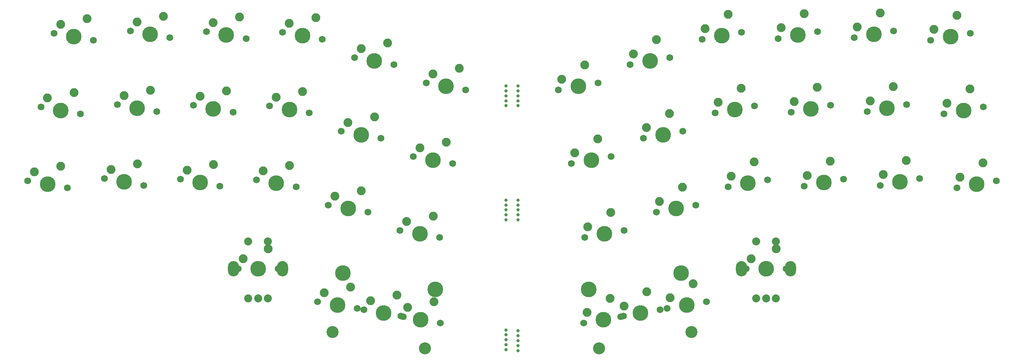
<source format=gbr>
%TF.GenerationSoftware,KiCad,Pcbnew,7.0.8*%
%TF.CreationDate,2023-11-01T12:08:13-07:00*%
%TF.ProjectId,Redwood,52656477-6f6f-4642-9e6b-696361645f70,rev?*%
%TF.SameCoordinates,Original*%
%TF.FileFunction,Soldermask,Top*%
%TF.FilePolarity,Negative*%
%FSLAX46Y46*%
G04 Gerber Fmt 4.6, Leading zero omitted, Abs format (unit mm)*
G04 Created by KiCad (PCBNEW 7.0.8) date 2023-11-01 12:08:13*
%MOMM*%
%LPD*%
G01*
G04 APERTURE LIST*
%ADD10C,1.750000*%
%ADD11C,3.987800*%
%ADD12C,2.250000*%
%ADD13C,2.032000*%
%ADD14O,2.799999X3.900000*%
%ADD15C,0.800000*%
%ADD16C,3.048000*%
G04 APERTURE END LIST*
D10*
%TO.C,SW5*%
X20192359Y-33585631D03*
D11*
X25195182Y-34467764D03*
D10*
X30198005Y-35349897D03*
D12*
X21884131Y-31304753D03*
X28578726Y-29906007D03*
%TD*%
D10*
%TO.C,SW28*%
X242770898Y-35349897D03*
D11*
X247773721Y-34467764D03*
D10*
X252776544Y-33585631D03*
D12*
X243580537Y-32627952D03*
X249393000Y-29023874D03*
%TD*%
D10*
%TO.C,SW18*%
X33026115Y-70506348D03*
D11*
X38028938Y-71388481D03*
D10*
X43031761Y-72270614D03*
D12*
X34717887Y-68225470D03*
X41412482Y-66826724D03*
%TD*%
D10*
%TO.C,SW6*%
X39642116Y-32985172D03*
D11*
X44644939Y-33867305D03*
D10*
X49647762Y-34749438D03*
D12*
X41333888Y-30704294D03*
X48028483Y-29305548D03*
%TD*%
D10*
%TO.C,SW17*%
X13576364Y-71106804D03*
D11*
X18579187Y-71988937D03*
D10*
X23582010Y-72871070D03*
D12*
X15268136Y-68825926D03*
X21962731Y-67427180D03*
%TD*%
D10*
%TO.C,SW26*%
X204009223Y-34930671D03*
D11*
X209012046Y-34048538D03*
D10*
X214014869Y-33166405D03*
D12*
X204818862Y-32208726D03*
X210631325Y-28604648D03*
%TD*%
D13*
%TO.C,SW3*%
X69511763Y-101000467D03*
X74511763Y-101000467D03*
X72011763Y-101000467D03*
D14*
X65761763Y-93500467D03*
X78261763Y-93500467D03*
D13*
X69511763Y-86500467D03*
X74511763Y-86500467D03*
%TD*%
D10*
%TO.C,SW40*%
X249386893Y-72871072D03*
D11*
X254389716Y-71988939D03*
D10*
X259392539Y-71106806D03*
D12*
X250196532Y-70149127D03*
X256008995Y-66545049D03*
%TD*%
D10*
%TO.C,SW23*%
X148278791Y-47981430D03*
D11*
X153281614Y-47099297D03*
D10*
X158284437Y-46217164D03*
D12*
X149088430Y-45259485D03*
X154900893Y-41655407D03*
%TD*%
D10*
%TO.C,SW12*%
X36334115Y-51745759D03*
D11*
X41336938Y-52627892D03*
D10*
X46339761Y-53510025D03*
D12*
X38025887Y-49464881D03*
X44720482Y-48066135D03*
%TD*%
D10*
%TO.C,SW19*%
X52338038Y-70687580D03*
D11*
X57340861Y-71569713D03*
D10*
X62343684Y-72451846D03*
D12*
X54029810Y-68406702D03*
X60724405Y-67007956D03*
%TD*%
D15*
%TO.C,H1*%
X137984451Y-114260000D03*
X137984451Y-113010000D03*
X137984451Y-111760000D03*
X137984451Y-110510000D03*
X137984451Y-109260000D03*
%TD*%
D11*
%TO.C,SW44*%
X93586053Y-94564214D03*
D16*
X90939655Y-109572685D03*
D10*
X98875132Y-103879168D03*
D11*
X103877955Y-104761301D03*
D10*
X108880778Y-105643434D03*
D11*
X117036788Y-98699212D03*
D16*
X114390390Y-113707682D03*
D12*
X100566904Y-101598290D03*
X107261499Y-100199544D03*
%TD*%
D15*
%TO.C,H2*%
X134984452Y-114010000D03*
X134984452Y-112760000D03*
X134984452Y-111510000D03*
X134984452Y-110260000D03*
X134984452Y-109010000D03*
%TD*%
D10*
%TO.C,SW30*%
X169796045Y-60307255D03*
D11*
X174798868Y-59425122D03*
D10*
X179801691Y-58542989D03*
D12*
X170605684Y-57585310D03*
X176418147Y-53981232D03*
%TD*%
D10*
%TO.C,SW27*%
X223321142Y-34749439D03*
D11*
X228323965Y-33867306D03*
D10*
X233326788Y-32985173D03*
D12*
X224130781Y-32027494D03*
X229943244Y-28423416D03*
%TD*%
D15*
%TO.C,H3*%
X137984452Y-52009999D03*
X137984452Y-50759999D03*
X137984452Y-49509999D03*
X137984452Y-48259999D03*
X137984452Y-47009999D03*
%TD*%
D10*
%TO.C,SW32*%
X207317219Y-53691259D03*
D11*
X212320042Y-52809126D03*
D10*
X217322865Y-51926993D03*
D12*
X208126858Y-50969314D03*
X213939321Y-47365236D03*
%TD*%
D10*
%TO.C,SW25*%
X184697303Y-35111905D03*
D11*
X189700126Y-34229772D03*
D10*
X194702949Y-33347639D03*
D12*
X185506942Y-32389960D03*
X191319405Y-28785882D03*
%TD*%
D10*
%TO.C,SW24*%
X166488046Y-41546668D03*
D11*
X171490869Y-40664535D03*
D10*
X176493692Y-39782402D03*
D12*
X167297685Y-38824723D03*
X173110148Y-35220645D03*
%TD*%
D11*
%TO.C,SW43*%
X155932113Y-98699212D03*
D16*
X158578511Y-113707682D03*
D10*
X164088123Y-105643434D03*
D11*
X169090946Y-104761301D03*
D10*
X174093769Y-103879168D03*
D11*
X179382848Y-94564214D03*
D16*
X182029246Y-109572685D03*
D12*
X164897762Y-102921489D03*
X170710225Y-99317411D03*
%TD*%
D10*
%TO.C,SW9*%
X96475212Y-39782402D03*
D11*
X101478035Y-40664535D03*
D10*
X106480858Y-41546668D03*
D12*
X98166984Y-37501524D03*
X104861579Y-36102778D03*
%TD*%
D10*
%TO.C,SW42*%
X108255426Y-105533167D03*
D11*
X113258249Y-106415300D03*
D10*
X118261072Y-107297433D03*
D12*
X109947198Y-103252289D03*
X116641793Y-101853543D03*
%TD*%
D10*
%TO.C,SW29*%
X151586789Y-66742018D03*
D11*
X156589612Y-65859885D03*
D10*
X161592435Y-64977752D03*
D12*
X152396428Y-64020073D03*
X158208891Y-60415995D03*
%TD*%
D10*
%TO.C,SW48*%
X87149764Y-101811669D03*
D11*
X92152587Y-102693802D03*
D10*
X97155410Y-103575935D03*
D12*
X88841536Y-99530791D03*
X95536131Y-98132045D03*
%TD*%
D10*
%TO.C,SW13*%
X55646039Y-51926993D03*
D11*
X60648862Y-52809126D03*
D10*
X65651685Y-53691259D03*
D12*
X57337811Y-49646115D03*
X64032406Y-48247369D03*
%TD*%
D10*
%TO.C,SW31*%
X188005299Y-53872493D03*
D11*
X193008122Y-52990360D03*
D10*
X198010945Y-52108227D03*
D12*
X188814938Y-51150548D03*
X194627401Y-47546470D03*
%TD*%
D10*
%TO.C,SW46*%
X195877141Y-93500467D03*
D11*
X200957141Y-93500467D03*
D10*
X206037141Y-93500467D03*
D12*
X197147141Y-90960467D03*
X203497141Y-88420467D03*
%TD*%
D10*
%TO.C,SW39*%
X229937140Y-72270614D03*
D11*
X234939963Y-71388481D03*
D10*
X239942786Y-70506348D03*
D12*
X230746779Y-69548669D03*
X236559242Y-65944591D03*
%TD*%
D15*
%TO.C,H4*%
X134984452Y-52010000D03*
X134984452Y-50760000D03*
X134984452Y-49510000D03*
X134984452Y-48260000D03*
X134984452Y-47010000D03*
%TD*%
D10*
%TO.C,SW10*%
X114684467Y-46217165D03*
D11*
X119687290Y-47099298D03*
D10*
X124690113Y-47981431D03*
D12*
X116376239Y-43936287D03*
X123070834Y-42537541D03*
%TD*%
D10*
%TO.C,SW47*%
X66931763Y-93500467D03*
D11*
X72011763Y-93500467D03*
D10*
X77091763Y-93500467D03*
D12*
X68201763Y-90960467D03*
X74551763Y-88420467D03*
%TD*%
D10*
%TO.C,SW20*%
X71649961Y-70868815D03*
D11*
X76652784Y-71750948D03*
D10*
X81655607Y-72633081D03*
D12*
X73341733Y-68587937D03*
X80036328Y-67189191D03*
%TD*%
D10*
%TO.C,SW11*%
X16884361Y-52346219D03*
D11*
X21887184Y-53228352D03*
D10*
X26890007Y-54110485D03*
D12*
X18576133Y-50065341D03*
X25270728Y-48666595D03*
%TD*%
D10*
%TO.C,SW38*%
X210625219Y-72451847D03*
D11*
X215628042Y-71569714D03*
D10*
X220630865Y-70687581D03*
D12*
X211434858Y-69729902D03*
X217247321Y-66125824D03*
%TD*%
D10*
%TO.C,SW7*%
X58954033Y-33166406D03*
D11*
X63956856Y-34048539D03*
D10*
X68959679Y-34930672D03*
D12*
X60645805Y-30885528D03*
X67340400Y-29486782D03*
%TD*%
D10*
%TO.C,SW34*%
X246078896Y-54110485D03*
D11*
X251081719Y-53228352D03*
D10*
X256084542Y-52346219D03*
D12*
X246888535Y-51388540D03*
X252700998Y-47784462D03*
%TD*%
D15*
%TO.C,H6*%
X134984452Y-81010000D03*
X134984452Y-79760000D03*
X134984452Y-78510000D03*
X134984452Y-77260000D03*
X134984452Y-76010000D03*
%TD*%
D10*
%TO.C,SW21*%
X89859213Y-77303577D03*
D11*
X94862036Y-78185710D03*
D10*
X99864859Y-79067843D03*
D12*
X91550985Y-75022699D03*
X98245580Y-73623953D03*
%TD*%
D10*
%TO.C,SW41*%
X154707830Y-107297433D03*
D11*
X159710653Y-106415300D03*
D10*
X164713476Y-105533167D03*
D12*
X155517469Y-104575488D03*
X161329932Y-100971410D03*
%TD*%
D10*
%TO.C,SW37*%
X191313295Y-72633081D03*
D11*
X196316118Y-71750948D03*
D10*
X201318941Y-70868815D03*
D12*
X192122934Y-69911136D03*
X197935397Y-66307058D03*
%TD*%
D15*
%TO.C,H5*%
X137984451Y-81010000D03*
X137984451Y-79760000D03*
X137984451Y-78510000D03*
X137984451Y-77260000D03*
X137984451Y-76010000D03*
%TD*%
D10*
%TO.C,SW14*%
X74957956Y-52108227D03*
D11*
X79960779Y-52990360D03*
D10*
X84963602Y-53872493D03*
D12*
X76649728Y-49827349D03*
X83344323Y-48428603D03*
%TD*%
D13*
%TO.C,SW4*%
X198457141Y-101000467D03*
X203457141Y-101000467D03*
X200957141Y-101000467D03*
D14*
X194707141Y-93500467D03*
X207207141Y-93500467D03*
D13*
X198457141Y-86500467D03*
X203457141Y-86500467D03*
%TD*%
D10*
%TO.C,SW33*%
X226629140Y-53510025D03*
D11*
X231631963Y-52627892D03*
D10*
X236634786Y-51745759D03*
D12*
X227438779Y-50788080D03*
X233251242Y-47184002D03*
%TD*%
D10*
%TO.C,SW36*%
X173104042Y-79067843D03*
D11*
X178106865Y-78185710D03*
D10*
X183109688Y-77303577D03*
D12*
X173913681Y-76345898D03*
X179726144Y-72741820D03*
%TD*%
D10*
%TO.C,SW16*%
X111376469Y-64977752D03*
D11*
X116379292Y-65859885D03*
D10*
X121382115Y-66742018D03*
D12*
X113068241Y-62696874D03*
X119762836Y-61298128D03*
%TD*%
D10*
%TO.C,SW45*%
X175813491Y-103575935D03*
D11*
X180816314Y-102693802D03*
D10*
X185819137Y-101811669D03*
D12*
X176623130Y-100853990D03*
X182435593Y-97249912D03*
%TD*%
D10*
%TO.C,SW15*%
X93167210Y-58542989D03*
D11*
X98170033Y-59425122D03*
D10*
X103172856Y-60307255D03*
D12*
X94858982Y-56262111D03*
X101553577Y-54863365D03*
%TD*%
D10*
%TO.C,SW35*%
X154894789Y-85502605D03*
D11*
X159897612Y-84620472D03*
D10*
X164900435Y-83738339D03*
D12*
X155704428Y-82780660D03*
X161516891Y-79176582D03*
%TD*%
D10*
%TO.C,SW22*%
X108068466Y-83738338D03*
D11*
X113071289Y-84620471D03*
D10*
X118074112Y-85502604D03*
D12*
X109760238Y-81457460D03*
X116454833Y-80058714D03*
%TD*%
D10*
%TO.C,SW8*%
X78265953Y-33347639D03*
D11*
X83268776Y-34229772D03*
D10*
X88271599Y-35111905D03*
D12*
X79957725Y-31066761D03*
X86652320Y-29668015D03*
%TD*%
M02*

</source>
